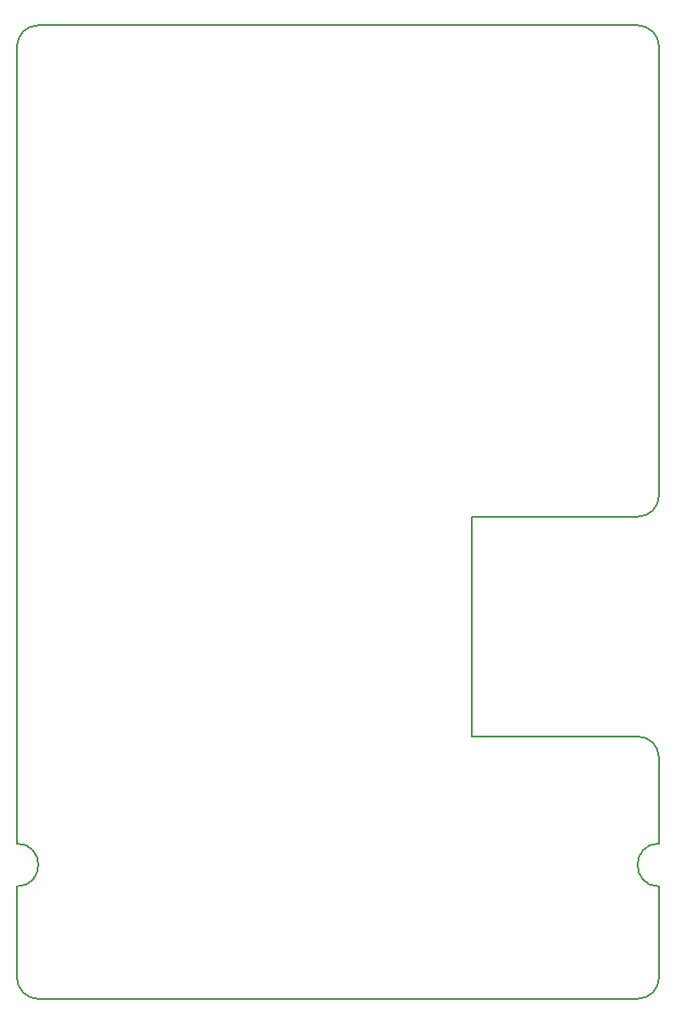
<source format=gbr>
G04 #@! TF.GenerationSoftware,KiCad,Pcbnew,(5.0.0)*
G04 #@! TF.CreationDate,2018-10-03T21:45:57-05:00*
G04 #@! TF.ProjectId,DriveBoard_Hardware,4472697665426F6172645F4861726477,rev?*
G04 #@! TF.SameCoordinates,Original*
G04 #@! TF.FileFunction,Profile,NP*
%FSLAX46Y46*%
G04 Gerber Fmt 4.6, Leading zero omitted, Abs format (unit mm)*
G04 Created by KiCad (PCBNEW (5.0.0)) date 10/03/18 21:45:57*
%MOMM*%
%LPD*%
G01*
G04 APERTURE LIST*
%ADD10C,0.150000*%
G04 APERTURE END LIST*
D10*
X133604000Y-54356000D02*
X133604000Y-96901000D01*
X74676000Y-52324000D02*
X131572000Y-52324000D01*
X72644000Y-54356000D02*
X72644000Y-129921000D01*
X72644000Y-54356000D02*
G75*
G02X74676000Y-52324000I2032000J0D01*
G01*
X131572000Y-52324000D02*
G75*
G02X133604000Y-54356000I0J-2032000D01*
G01*
X131572000Y-144653000D02*
X74676000Y-144653000D01*
X133604000Y-133985000D02*
X133604000Y-142748000D01*
X133604000Y-121793000D02*
X133604000Y-129921000D01*
X115824000Y-119761000D02*
X131572000Y-119761000D01*
X115824000Y-114935000D02*
X115824000Y-119761000D01*
X115824000Y-98933000D02*
X115824000Y-114935000D01*
X131572000Y-98933000D02*
X115824000Y-98933000D01*
X72644000Y-142621000D02*
X72644000Y-133985000D01*
X74676000Y-144653000D02*
G75*
G02X72644000Y-142621000I0J2032000D01*
G01*
X131572000Y-119761000D02*
G75*
G02X133604000Y-121793000I0J-2032000D01*
G01*
X133604000Y-96901000D02*
G75*
G02X131572000Y-98933000I-2032000J0D01*
G01*
X72644000Y-129921000D02*
G75*
G02X72644000Y-133985000I0J-2032000D01*
G01*
X133604000Y-142621000D02*
G75*
G02X131572000Y-144653000I-2032000J0D01*
G01*
X133604000Y-133985000D02*
G75*
G02X133604000Y-129921000I0J2032000D01*
G01*
M02*

</source>
